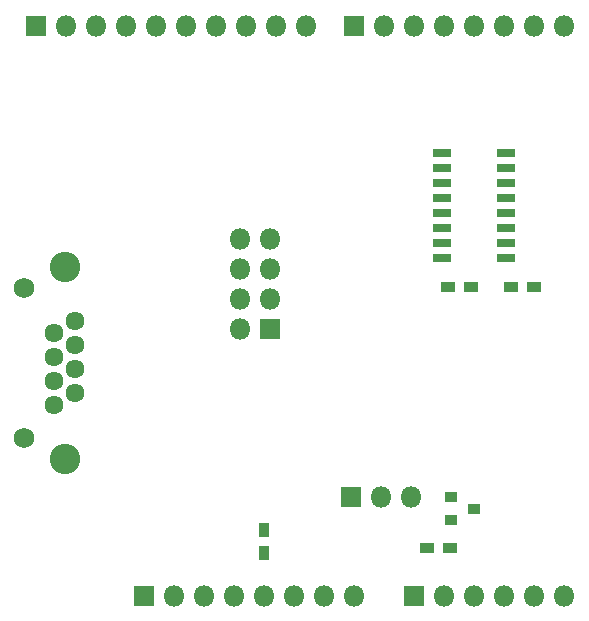
<source format=gbr>
%TF.GenerationSoftware,KiCad,Pcbnew,(5.1.6-0-10_14)*%
%TF.CreationDate,2022-12-23T17:52:02+09:00*%
%TF.ProjectId,MuxReadoutBoard,4d757852-6561-4646-9f75-74426f617264,rev?*%
%TF.SameCoordinates,Original*%
%TF.FileFunction,Soldermask,Bot*%
%TF.FilePolarity,Negative*%
%FSLAX46Y46*%
G04 Gerber Fmt 4.6, Leading zero omitted, Abs format (unit mm)*
G04 Created by KiCad (PCBNEW (5.1.6-0-10_14)) date 2022-12-23 17:52:02*
%MOMM*%
%LPD*%
G01*
G04 APERTURE LIST*
%ADD10R,1.100000X0.900000*%
%ADD11R,1.300000X0.850000*%
%ADD12C,2.575000*%
%ADD13C,1.750000*%
%ADD14C,1.609000*%
%ADD15O,1.800000X1.800000*%
%ADD16R,1.800000X1.800000*%
%ADD17R,1.600000X0.700000*%
%ADD18R,0.850000X1.300000*%
G04 APERTURE END LIST*
D10*
%TO.C,U2*%
X157464000Y-142494000D03*
X155464000Y-141544000D03*
X155464000Y-143444000D03*
%TD*%
D11*
%TO.C,C1*%
X162494000Y-123698000D03*
X160594000Y-123698000D03*
%TD*%
D12*
%TO.C,J1*%
X122810000Y-122071000D03*
X122810000Y-138271000D03*
D13*
X119380000Y-123821000D03*
X119380000Y-136521000D03*
D14*
X123700000Y-126591000D03*
X121920000Y-127611000D03*
X123700000Y-128631000D03*
X121920000Y-129651000D03*
X123700000Y-130671000D03*
X121920000Y-131691000D03*
X123700000Y-132711000D03*
X121920000Y-133731000D03*
%TD*%
D15*
%TO.C,J5*%
X147320000Y-149860000D03*
X144780000Y-149860000D03*
X142240000Y-149860000D03*
X139700000Y-149860000D03*
X137160000Y-149860000D03*
X134620000Y-149860000D03*
X132080000Y-149860000D03*
D16*
X129540000Y-149860000D03*
%TD*%
D17*
%TO.C,U1*%
X160180000Y-121285000D03*
X160180000Y-120015000D03*
X160180000Y-118745000D03*
X160180000Y-117475000D03*
X160180000Y-116205000D03*
X160180000Y-114935000D03*
X160180000Y-113665000D03*
X160180000Y-112395000D03*
X154780000Y-112395000D03*
X154780000Y-113665000D03*
X154780000Y-114935000D03*
X154780000Y-116205000D03*
X154780000Y-117475000D03*
X154780000Y-118745000D03*
X154780000Y-120015000D03*
X154780000Y-121285000D03*
%TD*%
D15*
%TO.C,J3*%
X143256000Y-101600000D03*
X140716000Y-101600000D03*
X138176000Y-101600000D03*
X135636000Y-101600000D03*
X133096000Y-101600000D03*
X130556000Y-101600000D03*
X128016000Y-101600000D03*
X125476000Y-101600000D03*
X122936000Y-101600000D03*
D16*
X120396000Y-101600000D03*
%TD*%
D15*
%TO.C,J4*%
X165100000Y-101600000D03*
X162560000Y-101600000D03*
X160020000Y-101600000D03*
X157480000Y-101600000D03*
X154940000Y-101600000D03*
X152400000Y-101600000D03*
X149860000Y-101600000D03*
D16*
X147320000Y-101600000D03*
%TD*%
D15*
%TO.C,J6*%
X165100000Y-149860000D03*
X162560000Y-149860000D03*
X160020000Y-149860000D03*
X157480000Y-149860000D03*
X154940000Y-149860000D03*
D16*
X152400000Y-149860000D03*
%TD*%
D15*
%TO.C,J2*%
X137668000Y-119634000D03*
X140208000Y-119634000D03*
X137668000Y-122174000D03*
X140208000Y-122174000D03*
X137668000Y-124714000D03*
X140208000Y-124714000D03*
X137668000Y-127254000D03*
D16*
X140208000Y-127254000D03*
%TD*%
D11*
%TO.C,C2*%
X157160000Y-123698000D03*
X155260000Y-123698000D03*
%TD*%
D18*
%TO.C,C3*%
X139700000Y-144338000D03*
X139700000Y-146238000D03*
%TD*%
D11*
%TO.C,C4*%
X155382000Y-145796000D03*
X153482000Y-145796000D03*
%TD*%
D15*
%TO.C,J7*%
X152146000Y-141478000D03*
X149606000Y-141478000D03*
D16*
X147066000Y-141478000D03*
%TD*%
M02*

</source>
